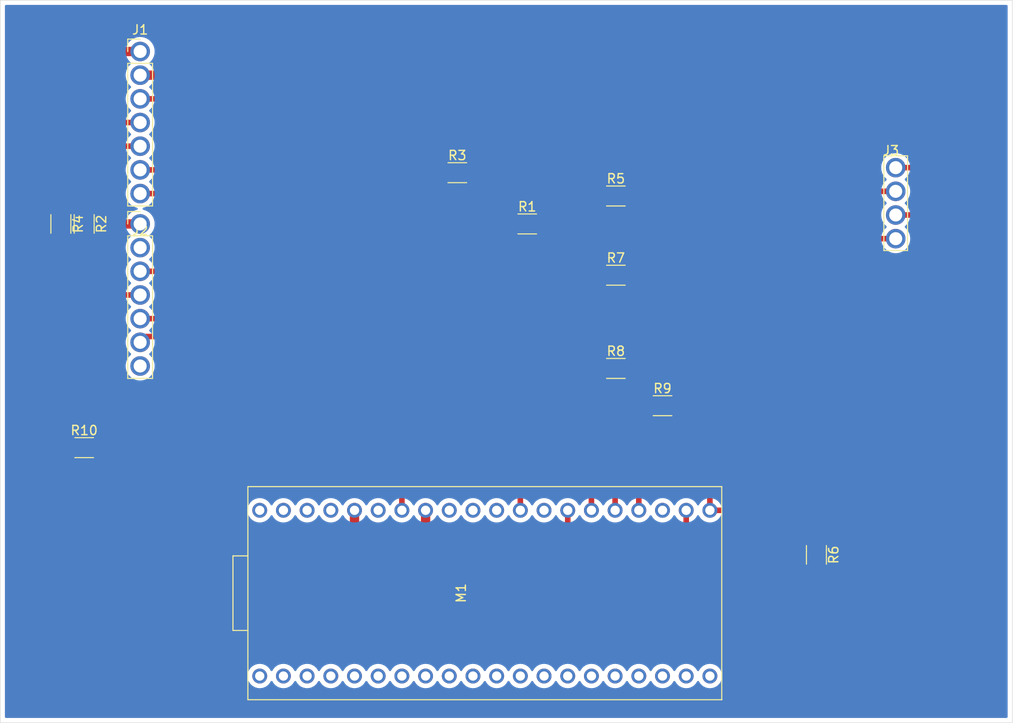
<source format=kicad_pcb>
(kicad_pcb (version 20240108) (generator "pcbnew") (generator_version "8.0")
  (layers (0 "F.Cu" signal) (31 "B.Cu" signal) (34 "B.Paste" user) (35 "F.Paste" user) (36 "B.SilkS" user "B.Silkscreen") (37 "F.SilkS" user "F.Silkscreen") (38 "B.Mask" user) (39 "F.Mask" user) (44 "Edge.Cuts" user))
  (net 0 "")
  (net 1 "GPIO18")
  (net 2 "GPIO19")
  (net 3 "CS")
  (net 4 "D{slash}C")
  (net 5 "GND")
  (net 6 "VCC")
  (net 7 "GPIO22")
  (net 10 "GPIO20")
  (net 11 "GPIO16")
  (net 12 "GPIO21")
  (net 36 "SCK")
  (net 37 "SDI(MOSI)")
  (net 38 "GPIO28")
  (net 39 "Net-(R1-Pad2)")
  (net 40 "RESET")
  (net 41 "SD_CS")
  (net 42 "T_CLK")
  (net 43 "T_DO")
  (net 44 "Net-(R8-Pad2)")
  (net 45 "Net-(R10-Pad1)")
  (footprint "fab:PinHeader_01x04_P2.54mm_Vertical_THT_D1.4mm" (layer "F.Cu") (at 163 101.96)
    (property "Reference" "J3" (at -0.5 -1.83 0) (layer "F.SilkS"))
    (property "Value" "PinHeader_01x04_P2.54mm_Vertical_THT_D1.4mm")
    (fp_line (start -1.27 -1.27) (end -1.27 8.89) (stroke (width 0.12)) (layer "F.SilkS"))
    (fp_line (start -1.27 -1.27) (end 1.27 -1.27) (stroke (width 0.12)) (layer "F.SilkS"))
    (fp_line (start -1.27 8.89) (end 1.27 8.89) (stroke (width 0.12)) (layer "F.SilkS"))
    (fp_line (start 1.27 -1.27) (end 1.27 8.89) (stroke (width 0.12)) (layer "F.SilkS"))
    (pad "1" thru_hole circle (at 0 0) (size 2.1 2.1) (drill 1.4) (layers "*.Cu" "*.Mask" "In1.Cu" "In2.Cu" "In3.Cu" "In4.Cu" "In5.Cu" "In6.Cu" "In7.Cu" "In8.Cu" "In9.Cu" "In10.Cu" "In11.Cu" "In12.Cu" "In13.Cu" "In14.Cu" "In15.Cu" "In16.Cu" "In17.Cu" "In18.Cu" "In19.Cu" "In20.Cu" "In21.Cu" "In22.Cu" "In23.Cu" "In24.Cu" "In25.Cu" "In26.Cu" "In27.Cu" "In28.Cu" "In29.Cu" "In30.Cu") (net 41 "SD_CS"))
    (pad "2" thru_hole circle (at 0 2.54) (size 2.1 2.1) (drill 1.4) (layers "*.Cu" "*.Mask" "In1.Cu" "In2.Cu" "In3.Cu" "In4.Cu" "In5.Cu" "In6.Cu" "In7.Cu" "In8.Cu" "In9.Cu" "In10.Cu" "In11.Cu" "In12.Cu" "In13.Cu" "In14.Cu" "In15.Cu" "In16.Cu" "In17.Cu" "In18.Cu" "In19.Cu" "In20.Cu" "In21.Cu" "In22.Cu" "In23.Cu" "In24.Cu" "In25.Cu" "In26.Cu" "In27.Cu" "In28.Cu" "In29.Cu" "In30.Cu") (net 2 "GPIO19"))
    (pad "3" thru_hole circle (at 0 5.08) (size 2.1 2.1) (drill 1.4) (layers "*.Cu" "*.Mask" "In1.Cu" "In2.Cu" "In3.Cu" "In4.Cu" "In5.Cu" "In6.Cu" "In7.Cu" "In8.Cu" "In9.Cu" "In10.Cu" "In11.Cu" "In12.Cu" "In13.Cu" "In14.Cu" "In15.Cu" "In16.Cu" "In17.Cu" "In18.Cu" "In19.Cu" "In20.Cu" "In21.Cu" "In22.Cu" "In23.Cu" "In24.Cu" "In25.Cu" "In26.Cu" "In27.Cu" "In28.Cu" "In29.Cu" "In30.Cu") (net 11 "GPIO16"))
    (pad "4" thru_hole circle (at 0 7.62) (size 2.1 2.1) (drill 1.4) (layers "*.Cu" "*.Mask" "In1.Cu" "In2.Cu" "In3.Cu" "In4.Cu" "In5.Cu" "In6.Cu" "In7.Cu" "In8.Cu" "In9.Cu" "In10.Cu" "In11.Cu" "In12.Cu" "In13.Cu" "In14.Cu" "In15.Cu" "In16.Cu" "In17.Cu" "In18.Cu" "In19.Cu" "In20.Cu" "In21.Cu" "In22.Cu" "In23.Cu" "In24.Cu" "In25.Cu" "In26.Cu" "In27.Cu" "In28.Cu" "In29.Cu" "In30.Cu") (net 1 "GPIO18"))
  )
  (footprint "fab:R_1206" (layer "F.Cu") (at 123.5 108)
    (property "Reference" "R1" (at 0 -1.85 0) (layer "F.SilkS"))
    (property "Value" "R_1206")
    (fp_line (start -1 -1.07) (end 1 -1.07) (stroke (width 0.12)) (layer "F.SilkS"))
    (fp_line (start 1 1.07) (end -1 1.07) (stroke (width 0.12)) (layer "F.SilkS"))
    (pad "1" smd rect (at -1.5 0) (size 1.2 1.6) (layers "F.Cu" "F.Paste" "F.Mask") (net 36 "SCK"))
    (pad "2" smd rect (at 1.5 0) (size 1.2 1.6) (layers "F.Cu" "F.Paste" "F.Mask") (net 39 "Net-(R1-Pad2)"))
  )
  (footprint "fab:R_1206" (layer "F.Cu") (at 138 127.5)
    (property "Reference" "R9" (at 0 -1.85 0) (layer "F.SilkS"))
    (property "Value" "R_1206")
    (fp_line (start -1 -1.07) (end 1 -1.07) (stroke (width 0.12)) (layer "F.SilkS"))
    (fp_line (start 1 1.07) (end -1 1.07) (stroke (width 0.12)) (layer "F.SilkS"))
    (pad "1" smd rect (at -1.5 0) (size 1.2 1.6) (layers "F.Cu" "F.Paste" "F.Mask") (net 44 "Net-(R8-Pad2)"))
    (pad "2" smd rect (at 1.5 0) (size 1.2 1.6) (layers "F.Cu" "F.Paste" "F.Mask") (net 11 "GPIO16"))
  )
  (footprint "fab:R_1206" (layer "F.Cu") (at 73.5 108 -90)
    (property "Reference" "R4" (at 0 -1.85 90) (layer "F.SilkS"))
    (property "Value" "R_1206")
    (fp_line (start 1 1.07) (end -1 1.07) (stroke (width 0.12)) (layer "F.SilkS"))
    (fp_line (start -1 -1.07) (end 1 -1.07) (stroke (width 0.12)) (layer "F.SilkS"))
    (pad "1" smd rect (at -1.5 0 270) (size 1.2 1.6) (layers "F.Cu" "F.Paste" "F.Mask") (net 40 "RESET"))
    (pad "2" smd rect (at 1.5 0 270) (size 1.2 1.6) (layers "F.Cu" "F.Paste" "F.Mask") (net 45 "Net-(R10-Pad1)"))
  )
  (footprint "fab:R_1206" (layer "F.Cu") (at 133 105)
    (property "Reference" "R5" (at 0 -1.85 0) (layer "F.SilkS"))
    (property "Value" "R_1206")
    (fp_line (start -1 -1.07) (end 1 -1.07) (stroke (width 0.12)) (layer "F.SilkS"))
    (fp_line (start 1 1.07) (end -1 1.07) (stroke (width 0.12)) (layer "F.SilkS"))
    (pad "1" smd rect (at -1.5 0) (size 1.2 1.6) (layers "F.Cu" "F.Paste" "F.Mask") (net 39 "Net-(R1-Pad2)"))
    (pad "2" smd rect (at 1.5 0) (size 1.2 1.6) (layers "F.Cu" "F.Paste" "F.Mask") (net 1 "GPIO18"))
  )
  (footprint "fab:R_1206" (layer "F.Cu") (at 76 132)
    (property "Reference" "R10" (at 0 -1.85 0) (layer "F.SilkS"))
    (property "Value" "R_1206")
    (fp_line (start -1 -1.07) (end 1 -1.07) (stroke (width 0.12)) (layer "F.SilkS"))
    (fp_line (start 1 1.07) (end -1 1.07) (stroke (width 0.12)) (layer "F.SilkS"))
    (pad "1" smd rect (at -1.5 0) (size 1.2 1.6) (layers "F.Cu" "F.Paste" "F.Mask") (net 45 "Net-(R10-Pad1)"))
    (pad "2" smd rect (at 1.5 0) (size 1.2 1.6) (layers "F.Cu" "F.Paste" "F.Mask") (net 7 "GPIO22"))
  )
  (footprint "fab:R_1206" (layer "F.Cu") (at 76 108 -90)
    (property "Reference" "R2" (at 0 -1.85 90) (layer "F.SilkS"))
    (property "Value" "R_1206")
    (fp_line (start 1 1.07) (end -1 1.07) (stroke (width 0.12)) (layer "F.SilkS"))
    (fp_line (start -1 -1.07) (end 1 -1.07) (stroke (width 0.12)) (layer "F.SilkS"))
    (pad "1" smd rect (at -1.5 0 270) (size 1.2 1.6) (layers "F.Cu" "F.Paste" "F.Mask") (net 4 "D{slash}C"))
    (pad "2" smd rect (at 1.5 0 270) (size 1.2 1.6) (layers "F.Cu" "F.Paste" "F.Mask") (net 38 "GPIO28"))
  )
  (footprint "fab:R_1206" (layer "F.Cu") (at 133 113.5)
    (property "Reference" "R7" (at 0 -1.85 0) (layer "F.SilkS"))
    (property "Value" "R_1206")
    (fp_line (start -1 -1.07) (end 1 -1.07) (stroke (width 0.12)) (layer "F.SilkS"))
    (fp_line (start 1 1.07) (end -1 1.07) (stroke (width 0.12)) (layer "F.SilkS"))
    (pad "1" smd rect (at -1.5 0) (size 1.2 1.6) (layers "F.Cu" "F.Paste" "F.Mask") (net 42 "T_CLK"))
    (pad "2" smd rect (at 1.5 0) (size 1.2 1.6) (layers "F.Cu" "F.Paste" "F.Mask") (net 1 "GPIO18"))
  )
  (footprint "fab:RaspberryPi_PicoW_SocketTHT" (layer "F.Cu") (at 118.95 147.61 90)
    (property "Reference" "M1" (at 0.0025 -2.54 90) (layer "F.SilkS"))
    (property "Value" "RaspberryPi_PicoW")
    (fp_line (start 4 -27) (end 4 -25.4) (stroke (width 0.12)) (layer "F.SilkS"))
    (fp_line (start -4 -27) (end 4 -27) (stroke (width 0.12)) (layer "F.SilkS"))
    (fp_line (start 11.43 -25.4) (end 8.89 -25.4) (stroke (width 0.12)) (layer "F.SilkS"))
    (fp_line (start 8.89 -25.4) (end -11.43 -25.4) (stroke (width 0.12)) (layer "F.SilkS"))
    (fp_line (start -4 -25.4) (end -4 -27) (stroke (width 0.12)) (layer "F.SilkS"))
    (fp_line (start -11.43 -25.4) (end -11.43 25.4) (stroke (width 0.12)) (layer "F.SilkS"))
    (fp_line (start 11.43 25.4) (end 11.43 -25.4) (stroke (width 0.12)) (layer "F.SilkS"))
    (fp_line (start 11.43 25.4) (end 11.43 25.4) (stroke (width 0.12)) (layer "F.SilkS"))
    (fp_line (start -11.43 25.4) (end 11.43 25.4) (stroke (width 0.12)) (layer "F.SilkS"))
    (fp_line (start -11.43 25.4) (end -11.43 25.4) (stroke (width 0.12)) (layer "F.SilkS"))
    (pad "1" thru_hole circle (at -8.89 -24.13 90) (size 1.6 1.6) (drill 1) (layers "*.Cu" "*.Mask" "In1.Cu" "In2.Cu" "In3.Cu" "In4.Cu" "In5.Cu" "In6.Cu" "In7.Cu" "In8.Cu" "In9.Cu" "In10.Cu" "In11.Cu" "In12.Cu" "In13.Cu" "In14.Cu" "In15.Cu" "In16.Cu" "In17.Cu" "In18.Cu" "In19.Cu" "In20.Cu" "In21.Cu" "In22.Cu" "In23.Cu" "In24.Cu" "In25.Cu" "In26.Cu" "In27.Cu" "In28.Cu" "In29.Cu" "In30.Cu"))
    (pad "2" thru_hole circle (at -8.89 -21.59 90) (size 1.6 1.6) (drill 1) (layers "*.Cu" "*.Mask" "In1.Cu" "In2.Cu" "In3.Cu" "In4.Cu" "In5.Cu" "In6.Cu" "In7.Cu" "In8.Cu" "In9.Cu" "In10.Cu" "In11.Cu" "In12.Cu" "In13.Cu" "In14.Cu" "In15.Cu" "In16.Cu" "In17.Cu" "In18.Cu" "In19.Cu" "In20.Cu" "In21.Cu" "In22.Cu" "In23.Cu" "In24.Cu" "In25.Cu" "In26.Cu" "In27.Cu" "In28.Cu" "In29.Cu" "In30.Cu"))
    (pad "3" thru_hole circle (at -8.89 -19.05 90) (size 1.6 1.6) (drill 1) (layers "*.Cu" "*.Mask" "In1.Cu" "In2.Cu" "In3.Cu" "In4.Cu" "In5.Cu" "In6.Cu" "In7.Cu" "In8.Cu" "In9.Cu" "In10.Cu" "In11.Cu" "In12.Cu" "In13.Cu" "In14.Cu" "In15.Cu" "In16.Cu" "In17.Cu" "In18.Cu" "In19.Cu" "In20.Cu" "In21.Cu" "In22.Cu" "In23.Cu" "In24.Cu" "In25.Cu" "In26.Cu" "In27.Cu" "In28.Cu" "In29.Cu" "In30.Cu") (net 5 "GND"))
    (pad "4" thru_hole circle (at -8.89 -16.51 90) (size 1.6 1.6) (drill 1) (layers "*.Cu" "*.Mask" "In1.Cu" "In2.Cu" "In3.Cu" "In4.Cu" "In5.Cu" "In6.Cu" "In7.Cu" "In8.Cu" "In9.Cu" "In10.Cu" "In11.Cu" "In12.Cu" "In13.Cu" "In14.Cu" "In15.Cu" "In16.Cu" "In17.Cu" "In18.Cu" "In19.Cu" "In20.Cu" "In21.Cu" "In22.Cu" "In23.Cu" "In24.Cu" "In25.Cu" "In26.Cu" "In27.Cu" "In28.Cu" "In29.Cu" "In30.Cu"))
    (pad "5" thru_hole circle (at -8.89 -13.97 90) (size 1.6 1.6) (drill 1) (layers "*.Cu" "*.Mask" "In1.Cu" "In2.Cu" "In3.Cu" "In4.Cu" "In5.Cu" "In6.Cu" "In7.Cu" "In8.Cu" "In9.Cu" "In10.Cu" "In11.Cu" "In12.Cu" "In13.Cu" "In14.Cu" "In15.Cu" "In16.Cu" "In17.Cu" "In18.Cu" "In19.Cu" "In20.Cu" "In21.Cu" "In22.Cu" "In23.Cu" "In24.Cu" "In25.Cu" "In26.Cu" "In27.Cu" "In28.Cu" "In29.Cu" "In30.Cu"))
    (pad "6" thru_hole circle (at -8.89 -11.43 90) (size 1.6 1.6) (drill 1) (layers "*.Cu" "*.Mask" "In1.Cu" "In2.Cu" "In3.Cu" "In4.Cu" "In5.Cu" "In6.Cu" "In7.Cu" "In8.Cu" "In9.Cu" "In10.Cu" "In11.Cu" "In12.Cu" "In13.Cu" "In14.Cu" "In15.Cu" "In16.Cu" "In17.Cu" "In18.Cu" "In19.Cu" "In20.Cu" "In21.Cu" "In22.Cu" "In23.Cu" "In24.Cu" "In25.Cu" "In26.Cu" "In27.Cu" "In28.Cu" "In29.Cu" "In30.Cu"))
    (pad "7" thru_hole circle (at -8.89 -8.89 90) (size 1.6 1.6) (drill 1) (layers "*.Cu" "*.Mask" "In1.Cu" "In2.Cu" "In3.Cu" "In4.Cu" "In5.Cu" "In6.Cu" "In7.Cu" "In8.Cu" "In9.Cu" "In10.Cu" "In11.Cu" "In12.Cu" "In13.Cu" "In14.Cu" "In15.Cu" "In16.Cu" "In17.Cu" "In18.Cu" "In19.Cu" "In20.Cu" "In21.Cu" "In22.Cu" "In23.Cu" "In24.Cu" "In25.Cu" "In26.Cu" "In27.Cu" "In28.Cu" "In29.Cu" "In30.Cu"))
    (pad "8" thru_hole circle (at -8.89 -6.35 90) (size 1.6 1.6) (drill 1) (layers "*.Cu" "*.Mask" "In1.Cu" "In2.Cu" "In3.Cu" "In4.Cu" "In5.Cu" "In6.Cu" "In7.Cu" "In8.Cu" "In9.Cu" "In10.Cu" "In11.Cu" "In12.Cu" "In13.Cu" "In14.Cu" "In15.Cu" "In16.Cu" "In17.Cu" "In18.Cu" "In19.Cu" "In20.Cu" "In21.Cu" "In22.Cu" "In23.Cu" "In24.Cu" "In25.Cu" "In26.Cu" "In27.Cu" "In28.Cu" "In29.Cu" "In30.Cu") (net 5 "GND"))
    (pad "9" thru_hole circle (at -8.89 -3.81 90) (size 1.6 1.6) (drill 1) (layers "*.Cu" "*.Mask" "In1.Cu" "In2.Cu" "In3.Cu" "In4.Cu" "In5.Cu" "In6.Cu" "In7.Cu" "In8.Cu" "In9.Cu" "In10.Cu" "In11.Cu" "In12.Cu" "In13.Cu" "In14.Cu" "In15.Cu" "In16.Cu" "In17.Cu" "In18.Cu" "In19.Cu" "In20.Cu" "In21.Cu" "In22.Cu" "In23.Cu" "In24.Cu" "In25.Cu" "In26.Cu" "In27.Cu" "In28.Cu" "In29.Cu" "In30.Cu"))
    (pad "10" thru_hole circle (at -8.89 -1.27 90) (size 1.6 1.6) (drill 1) (layers "*.Cu" "*.Mask" "In1.Cu" "In2.Cu" "In3.Cu" "In4.Cu" "In5.Cu" "In6.Cu" "In7.Cu" "In8.Cu" "In9.Cu" "In10.Cu" "In11.Cu" "In12.Cu" "In13.Cu" "In14.Cu" "In15.Cu" "In16.Cu" "In17.Cu" "In18.Cu" "In19.Cu" "In20.Cu" "In21.Cu" "In22.Cu" "In23.Cu" "In24.Cu" "In25.Cu" "In26.Cu" "In27.Cu" "In28.Cu" "In29.Cu" "In30.Cu"))
    (pad "11" thru_hole circle (at -8.89 1.27 90) (size 1.6 1.6) (drill 1) (layers "*.Cu" "*.Mask" "In1.Cu" "In2.Cu" "In3.Cu" "In4.Cu" "In5.Cu" "In6.Cu" "In7.Cu" "In8.Cu" "In9.Cu" "In10.Cu" "In11.Cu" "In12.Cu" "In13.Cu" "In14.Cu" "In15.Cu" "In16.Cu" "In17.Cu" "In18.Cu" "In19.Cu" "In20.Cu" "In21.Cu" "In22.Cu" "In23.Cu" "In24.Cu" "In25.Cu" "In26.Cu" "In27.Cu" "In28.Cu" "In29.Cu" "In30.Cu"))
    (pad "12" thru_hole circle (at -8.89 3.81 90) (size 1.6 1.6) (drill 1) (layers "*.Cu" "*.Mask" "In1.Cu" "In2.Cu" "In3.Cu" "In4.Cu" "In5.Cu" "In6.Cu" "In7.Cu" "In8.Cu" "In9.Cu" "In10.Cu" "In11.Cu" "In12.Cu" "In13.Cu" "In14.Cu" "In15.Cu" "In16.Cu" "In17.Cu" "In18.Cu" "In19.Cu" "In20.Cu" "In21.Cu" "In22.Cu" "In23.Cu" "In24.Cu" "In25.Cu" "In26.Cu" "In27.Cu" "In28.Cu" "In29.Cu" "In30.Cu"))
    (pad "13" thru_hole circle (at -8.89 6.35 90) (size 1.6 1.6) (drill 1) (layers "*.Cu" "*.Mask" "In1.Cu" "In2.Cu" "In3.Cu" "In4.Cu" "In5.Cu" "In6.Cu" "In7.Cu" "In8.Cu" "In9.Cu" "In10.Cu" "In11.Cu" "In12.Cu" "In13.Cu" "In14.Cu" "In15.Cu" "In16.Cu" "In17.Cu" "In18.Cu" "In19.Cu" "In20.Cu" "In21.Cu" "In22.Cu" "In23.Cu" "In24.Cu" "In25.Cu" "In26.Cu" "In27.Cu" "In28.Cu" "In29.Cu" "In30.Cu") (net 5 "GND"))
    (pad "14" thru_hole circle (at -8.89 8.89 90) (size 1.6 1.6) (drill 1) (layers "*.Cu" "*.Mask" "In1.Cu" "In2.Cu" "In3.Cu" "In4.Cu" "In5.Cu" "In6.Cu" "In7.Cu" "In8.Cu" "In9.Cu" "In10.Cu" "In11.Cu" "In12.Cu" "In13.Cu" "In14.Cu" "In15.Cu" "In16.Cu" "In17.Cu" "In18.Cu" "In19.Cu" "In20.Cu" "In21.Cu" "In22.Cu" "In23.Cu" "In24.Cu" "In25.Cu" "In26.Cu" "In27.Cu" "In28.Cu" "In29.Cu" "In30.Cu"))
    (pad "15" thru_hole circle (at -8.89 11.43 90) (size 1.6 1.6) (drill 1) (layers "*.Cu" "*.Mask" "In1.Cu" "In2.Cu" "In3.Cu" "In4.Cu" "In5.Cu" "In6.Cu" "In7.Cu" "In8.Cu" "In9.Cu" "In10.Cu" "In11.Cu" "In12.Cu" "In13.Cu" "In14.Cu" "In15.Cu" "In16.Cu" "In17.Cu" "In18.Cu" "In19.Cu" "In20.Cu" "In21.Cu" "In22.Cu" "In23.Cu" "In24.Cu" "In25.Cu" "In26.Cu" "In27.Cu" "In28.Cu" "In29.Cu" "In30.Cu"))
    (pad "16" thru_hole circle (at -8.89 13.97 90) (size 1.6 1.6) (drill 1) (layers "*.Cu" "*.Mask" "In1.Cu" "In2.Cu" "In3.Cu" "In4.Cu" "In5.Cu" "In6.Cu" "In7.Cu" "In8.Cu" "In9.Cu" "In10.Cu" "In11.Cu" "In12.Cu" "In13.Cu" "In14.Cu" "In15.Cu" "In16.Cu" "In17.Cu" "In18.Cu" "In19.Cu" "In20.Cu" "In21.Cu" "In22.Cu" "In23.Cu" "In24.Cu" "In25.Cu" "In26.Cu" "In27.Cu" "In28.Cu" "In29.Cu" "In30.Cu"))
    (pad "17" thru_hole circle (at -8.89 16.51 90) (size 1.6 1.6) (drill 1) (layers "*.Cu" "*.Mask" "In1.Cu" "In2.Cu" "In3.Cu" "In4.Cu" "In5.Cu" "In6.Cu" "In7.Cu" "In8.Cu" "In9.Cu" "In10.Cu" "In11.Cu" "In12.Cu" "In13.Cu" "In14.Cu" "In15.Cu" "In16.Cu" "In17.Cu" "In18.Cu" "In19.Cu" "In20.Cu" "In21.Cu" "In22.Cu" "In23.Cu" "In24.Cu" "In25.Cu" "In26.Cu" "In27.Cu" "In28.Cu" "In29.Cu" "In30.Cu"))
    (pad "18" thru_hole circle (at -8.89 19.05 90) (size 1.6 1.6) (drill 1) (layers "*.Cu" "*.Mask" "In1.Cu" "In2.Cu" "In3.Cu" "In4.Cu" "In5.Cu" "In6.Cu" "In7.Cu" "In8.Cu" "In9.Cu" "In10.Cu" "In11.Cu" "In12.Cu" "In13.Cu" "In14.Cu" "In15.Cu" "In16.Cu" "In17.Cu" "In18.Cu" "In19.Cu" "In20.Cu" "In21.Cu" "In22.Cu" "In23.Cu" "In24.Cu" "In25.Cu" "In26.Cu" "In27.Cu" "In28.Cu" "In29.Cu" "In30.Cu") (net 5 "GND"))
    (pad "19" thru_hole circle (at -8.89 21.59 90) (size 1.6 1.6) (drill 1) (layers "*.Cu" "*.Mask" "In1.Cu" "In2.Cu" "In3.Cu" "In4.Cu" "In5.Cu" "In6.Cu" "In7.Cu" "In8.Cu" "In9.Cu" "In10.Cu" "In11.Cu" "In12.Cu" "In13.Cu" "In14.Cu" "In15.Cu" "In16.Cu" "In17.Cu" "In18.Cu" "In19.Cu" "In20.Cu" "In21.Cu" "In22.Cu" "In23.Cu" "In24.Cu" "In25.Cu" "In26.Cu" "In27.Cu" "In28.Cu" "In29.Cu" "In30.Cu"))
    (pad "20" thru_hole circle (at -8.89 24.13 90) (size 1.6 1.6) (drill 1) (layers "*.Cu" "*.Mask" "In1.Cu" "In2.Cu" "In3.Cu" "In4.Cu" "In5.Cu" "In6.Cu" "In7.Cu" "In8.Cu" "In9.Cu" "In10.Cu" "In11.Cu" "In12.Cu" "In13.Cu" "In14.Cu" "In15.Cu" "In16.Cu" "In17.Cu" "In18.Cu" "In19.Cu" "In20.Cu" "In21.Cu" "In22.Cu" "In23.Cu" "In24.Cu" "In25.Cu" "In26.Cu" "In27.Cu" "In28.Cu" "In29.Cu" "In30.Cu"))
    (pad "21" thru_hole circle (at 8.89 24.13 90) (size 1.6 1.6) (drill 1) (layers "*.Cu" "*.Mask" "In1.Cu" "In2.Cu" "In3.Cu" "In4.Cu" "In5.Cu" "In6.Cu" "In7.Cu" "In8.Cu" "In9.Cu" "In10.Cu" "In11.Cu" "In12.Cu" "In13.Cu" "In14.Cu" "In15.Cu" "In16.Cu" "In17.Cu" "In18.Cu" "In19.Cu" "In20.Cu" "In21.Cu" "In22.Cu" "In23.Cu" "In24.Cu" "In25.Cu" "In26.Cu" "In27.Cu" "In28.Cu" "In29.Cu" "In30.Cu") (net 11 "GPIO16"))
    (pad "22" thru_hole circle (at 8.89 21.59 90) (size 1.6 1.6) (drill 1) (layers "*.Cu" "*.Mask" "In1.Cu" "In2.Cu" "In3.Cu" "In4.Cu" "In5.Cu" "In6.Cu" "In7.Cu" "In8.Cu" "In9.Cu" "In10.Cu" "In11.Cu" "In12.Cu" "In13.Cu" "In14.Cu" "In15.Cu" "In16.Cu" "In17.Cu" "In18.Cu" "In19.Cu" "In20.Cu" "In21.Cu" "In22.Cu" "In23.Cu" "In24.Cu" "In25.Cu" "In26.Cu" "In27.Cu" "In28.Cu" "In29.Cu" "In30.Cu") (net 3 "CS"))
    (pad "23" thru_hole circle (at 8.89 19.05 90) (size 1.6 1.6) (drill 1) (layers "*.Cu" "*.Mask" "In1.Cu" "In2.Cu" "In3.Cu" "In4.Cu" "In5.Cu" "In6.Cu" "In7.Cu" "In8.Cu" "In9.Cu" "In10.Cu" "In11.Cu" "In12.Cu" "In13.Cu" "In14.Cu" "In15.Cu" "In16.Cu" "In17.Cu" "In18.Cu" "In19.Cu" "In20.Cu" "In21.Cu" "In22.Cu" "In23.Cu" "In24.Cu" "In25.Cu" "In26.Cu" "In27.Cu" "In28.Cu" "In29.Cu" "In30.Cu") (net 5 "GND"))
    (pad "24" thru_hole circle (at 8.89 16.51 90) (size 1.6 1.6) (drill 1) (layers "*.Cu" "*.Mask" "In1.Cu" "In2.Cu" "In3.Cu" "In4.Cu" "In5.Cu" "In6.Cu" "In7.Cu" "In8.Cu" "In9.Cu" "In10.Cu" "In11.Cu" "In12.Cu" "In13.Cu" "In14.Cu" "In15.Cu" "In16.Cu" "In17.Cu" "In18.Cu" "In19.Cu" "In20.Cu" "In21.Cu" "In22.Cu" "In23.Cu" "In24.Cu" "In25.Cu" "In26.Cu" "In27.Cu" "In28.Cu" "In29.Cu" "In30.Cu") (net 1 "GPIO18"))
    (pad "25" thru_hole circle (at 8.89 13.97 90) (size 1.6 1.6) (drill 1) (layers "*.Cu" "*.Mask" "In1.Cu" "In2.Cu" "In3.Cu" "In4.Cu" "In5.Cu" "In6.Cu" "In7.Cu" "In8.Cu" "In9.Cu" "In10.Cu" "In11.Cu" "In12.Cu" "In13.Cu" "In14.Cu" "In15.Cu" "In16.Cu" "In17.Cu" "In18.Cu" "In19.Cu" "In20.Cu" "In21.Cu" "In22.Cu" "In23.Cu" "In24.Cu" "In25.Cu" "In26.Cu" "In27.Cu" "In28.Cu" "In29.Cu" "In30.Cu") (net 2 "GPIO19"))
    (pad "26" thru_hole circle (at 8.89 11.43 90) (size 1.6 1.6) (drill 1) (layers "*.Cu" "*.Mask" "In1.Cu" "In2.Cu" "In3.Cu" "In4.Cu" "In5.Cu" "In6.Cu" "In7.Cu" "In8.Cu" "In9.Cu" "In10.Cu" "In11.Cu" "In12.Cu" "In13.Cu" "In14.Cu" "In15.Cu" "In16.Cu" "In17.Cu" "In18.Cu" "In19.Cu" "In20.Cu" "In21.Cu" "In22.Cu" "In23.Cu" "In24.Cu" "In25.Cu" "In26.Cu" "In27.Cu" "In28.Cu" "In29.Cu" "In30.Cu") (net 10 "GPIO20"))
    (pad "27" thru_hole circle (at 8.89 8.89 90) (size 1.6 1.6) (drill 1) (layers "*.Cu" "*.Mask" "In1.Cu" "In2.Cu" "In3.Cu" "In4.Cu" "In5.Cu" "In6.Cu" "In7.Cu" "In8.Cu" "In9.Cu" "In10.Cu" "In11.Cu" "In12.Cu" "In13.Cu" "In14.Cu" "In15.Cu" "In16.Cu" "In17.Cu" "In18.Cu" "In19.Cu" "In20.Cu" "In21.Cu" "In22.Cu" "In23.Cu" "In24.Cu" "In25.Cu" "In26.Cu" "In27.Cu" "In28.Cu" "In29.Cu" "In30.Cu") (net 12 "GPIO21"))
    (pad "28" thru_hole circle (at 8.89 6.35 90) (size 1.6 1.6) (drill 1) (layers "*.Cu" "*.Mask" "In1.Cu" "In2.Cu" "In3.Cu" "In4.Cu" "In5.Cu" "In6.Cu" "In7.Cu" "In8.Cu" "In9.Cu" "In10.Cu" "In11.Cu" "In12.Cu" "In13.Cu" "In14.Cu" "In15.Cu" "In16.Cu" "In17.Cu" "In18.Cu" "In19.Cu" "In20.Cu" "In21.Cu" "In22.Cu" "In23.Cu" "In24.Cu" "In25.Cu" "In26.Cu" "In27.Cu" "In28.Cu" "In29.Cu" "In30.Cu") (net 5 "GND"))
    (pad "29" thru_hole circle (at 8.89 3.81 90) (size 1.6 1.6) (drill 1) (layers "*.Cu" "*.Mask" "In1.Cu" "In2.Cu" "In3.Cu" "In4.Cu" "In5.Cu" "In6.Cu" "In7.Cu" "In8.Cu" "In9.Cu" "In10.Cu" "In11.Cu" "In12.Cu" "In13.Cu" "In14.Cu" "In15.Cu" "In16.Cu" "In17.Cu" "In18.Cu" "In19.Cu" "In20.Cu" "In21.Cu" "In22.Cu" "In23.Cu" "In24.Cu" "In25.Cu" "In26.Cu" "In27.Cu" "In28.Cu" "In29.Cu" "In30.Cu") (net 7 "GPIO22"))
    (pad "30" thru_hole circle (at 8.89 1.27 90) (size 1.6 1.6) (drill 1) (layers "*.Cu" "*.Mask" "In1.Cu" "In2.Cu" "In3.Cu" "In4.Cu" "In5.Cu" "In6.Cu" "In7.Cu" "In8.Cu" "In9.Cu" "In10.Cu" "In11.Cu" "In12.Cu" "In13.Cu" "In14.Cu" "In15.Cu" "In16.Cu" "In17.Cu" "In18.Cu" "In19.Cu" "In20.Cu" "In21.Cu" "In22.Cu" "In23.Cu" "In24.Cu" "In25.Cu" "In26.Cu" "In27.Cu" "In28.Cu" "In29.Cu" "In30.Cu"))
    (pad "31" thru_hole circle (at 8.89 -1.27 90) (size 1.6 1.6) (drill 1) (layers "*.Cu" "*.Mask" "In1.Cu" "In2.Cu" "In3.Cu" "In4.Cu" "In5.Cu" "In6.Cu" "In7.Cu" "In8.Cu" "In9.Cu" "In10.Cu" "In11.Cu" "In12.Cu" "In13.Cu" "In14.Cu" "In15.Cu" "In16.Cu" "In17.Cu" "In18.Cu" "In19.Cu" "In20.Cu" "In21.Cu" "In22.Cu" "In23.Cu" "In24.Cu" "In25.Cu" "In26.Cu" "In27.Cu" "In28.Cu" "In29.Cu" "In30.Cu"))
    (pad "32" thru_hole circle (at 8.89 -3.81 90) (size 1.6 1.6) (drill 1) (layers "*.Cu" "*.Mask" "In1.Cu" "In2.Cu" "In3.Cu" "In4.Cu" "In5.Cu" "In6.Cu" "In7.Cu" "In8.Cu" "In9.Cu" "In10.Cu" "In11.Cu" "In12.Cu" "In13.Cu" "In14.Cu" "In15.Cu" "In16.Cu" "In17.Cu" "In18.Cu" "In19.Cu" "In20.Cu" "In21.Cu" "In22.Cu" "In23.Cu" "In24.Cu" "In25.Cu" "In26.Cu" "In27.Cu" "In28.Cu" "In29.Cu" "In30.Cu"))
    (pad "33" thru_hole circle (at 8.89 -6.35 90) (size 1.6 1.6) (drill 1) (layers "*.Cu" "*.Mask" "In1.Cu" "In2.Cu" "In3.Cu" "In4.Cu" "In5.Cu" "In6.Cu" "In7.Cu" "In8.Cu" "In9.Cu" "In10.Cu" "In11.Cu" "In12.Cu" "In13.Cu" "In14.Cu" "In15.Cu" "In16.Cu" "In17.Cu" "In18.Cu" "In19.Cu" "In20.Cu" "In21.Cu" "In22.Cu" "In23.Cu" "In24.Cu" "In25.Cu" "In26.Cu" "In27.Cu" "In28.Cu" "In29.Cu" "In30.Cu") (net 5 "GND"))
    (pad "34" thru_hole circle (at 8.89 -8.89 90) (size 1.6 1.6) (drill 1) (layers "*.Cu" "*.Mask" "In1.Cu" "In2.Cu" "In3.Cu" "In4.Cu" "In5.Cu" "In6.Cu" "In7.Cu" "In8.Cu" "In9.Cu" "In10.Cu" "In11.Cu" "In12.Cu" "In13.Cu" "In14.Cu" "In15.Cu" "In16.Cu" "In17.Cu" "In18.Cu" "In19.Cu" "In20.Cu" "In21.Cu" "In22.Cu" "In23.Cu" "In24.Cu" "In25.Cu" "In26.Cu" "In27.Cu" "In28.Cu" "In29.Cu" "In30.Cu") (net 38 "GPIO28"))
    (pad "35" thru_hole circle (at 8.89 -11.43 90) (size 1.6 1.6) (drill 1) (layers "*.Cu" "*.Mask" "In1.Cu" "In2.Cu" "In3.Cu" "In4.Cu" "In5.Cu" "In6.Cu" "In7.Cu" "In8.Cu" "In9.Cu" "In10.Cu" "In11.Cu" "In12.Cu" "In13.Cu" "In14.Cu" "In15.Cu" "In16.Cu" "In17.Cu" "In18.Cu" "In19.Cu" "In20.Cu" "In21.Cu" "In22.Cu" "In23.Cu" "In24.Cu" "In25.Cu" "In26.Cu" "In27.Cu" "In28.Cu" "In29.Cu" "In30.Cu"))
    (pad "36" thru_hole circle (at 8.89 -13.97 90) (size 1.6 1.6) (drill 1) (layers "*.Cu" "*.Mask" "In1.Cu" "In2.Cu" "In3.Cu" "In4.Cu" "In5.Cu" "In6.Cu" "In7.Cu" "In8.Cu" "In9.Cu" "In10.Cu" "In11.Cu" "In12.Cu" "In13.Cu" "In14.Cu" "In15.Cu" "In16.Cu" "In17.Cu" "In18.Cu" "In19.Cu" "In20.Cu" "In21.Cu" "In22.Cu" "In23.Cu" "In24.Cu" "In25.Cu" "In26.Cu" "In27.Cu" "In28.Cu" "In29.Cu" "In30.Cu") (net 6 "VCC"))
    (pad "37" thru_hole circle (at 8.89 -16.51 90) (size 1.6 1.6) (drill 1) (layers "*.Cu" "*.Mask" "In1.Cu" "In2.Cu" "In3.Cu" "In4.Cu" "In5.Cu" "In6.Cu" "In7.Cu" "In8.Cu" "In9.Cu" "In10.Cu" "In11.Cu" "In12.Cu" "In13.Cu" "In14.Cu" "In15.Cu" "In16.Cu" "In17.Cu" "In18.Cu" "In19.Cu" "In20.Cu" "In21.Cu" "In22.Cu" "In23.Cu" "In24.Cu" "In25.Cu" "In26.Cu" "In27.Cu" "In28.Cu" "In29.Cu" "In30.Cu"))
    (pad "38" thru_hole circle (at 8.89 -19.05 90) (size 1.6 1.6) (drill 1) (layers "*.Cu" "*.Mask" "In1.Cu" "In2.Cu" "In3.Cu" "In4.Cu" "In5.Cu" "In6.Cu" "In7.Cu" "In8.Cu" "In9.Cu" "In10.Cu" "In11.Cu" "In12.Cu" "In13.Cu" "In14.Cu" "In15.Cu" "In16.Cu" "In17.Cu" "In18.Cu" "In19.Cu" "In20.Cu" "In21.Cu" "In22.Cu" "In23.Cu" "In24.Cu" "In25.Cu" "In26.Cu" "In27.Cu" "In28.Cu" "In29.Cu" "In30.Cu") (net 5 "GND"))
    (pad "39" thru_hole circle (at 8.89 -21.59 90) (size 1.6 1.6) (drill 1) (layers "*.Cu" "*.Mask" "In1.Cu" "In2.Cu" "In3.Cu" "In4.Cu" "In5.Cu" "In6.Cu" "In7.Cu" "In8.Cu" "In9.Cu" "In10.Cu" "In11.Cu" "In12.Cu" "In13.Cu" "In14.Cu" "In15.Cu" "In16.Cu" "In17.Cu" "In18.Cu" "In19.Cu" "In20.Cu" "In21.Cu" "In22.Cu" "In23.Cu" "In24.Cu" "In25.Cu" "In26.Cu" "In27.Cu" "In28.Cu" "In29.Cu" "In30.Cu"))
    (pad "40" thru_hole circle (at 8.89 -24.13 90) (size 1.6 1.6) (drill 1) (layers "*.Cu" "*.Mask" "In1.Cu" "In2.Cu" "In3.Cu" "In4.Cu" "In5.Cu" "In6.Cu" "In7.Cu" "In8.Cu" "In9.Cu" "In10.Cu" "In11.Cu" "In12.Cu" "In13.Cu" "In14.Cu" "In15.Cu" "In16.Cu" "In17.Cu" "In18.Cu" "In19.Cu" "In20.Cu" "In21.Cu" "In22.Cu" "In23.Cu" "In24.Cu" "In25.Cu" "In26.Cu" "In27.Cu" "In28.Cu" "In29.Cu" "In30.Cu"))
  )
  (footprint "fab:PinHeader_01x07_P2.54mm_Vertical_THT_D1.4mm" (layer "F.Cu") (at 82 89.5)
    (property "Reference" "J1" (at 0 -2.33 0) (layer "F.SilkS"))
    (property "Value" "~" (hide yes))
    (fp_line (start -1.33 -1.33) (end 0 -1.33) (stroke (width 0.12)) (layer "F.SilkS"))
    (fp_line (start -1.33 0) (end -1.33 -1.33) (stroke (width 0.12)) (layer "F.SilkS"))
    (fp_line (start -1.33 1.27) (end -1.33 16.57) (stroke (width 0.12)) (layer "F.SilkS"))
    (fp_line (start -1.33 1.27) (end 1.33 1.27) (stroke (width 0.12)) (layer "F.SilkS"))
    (fp_line (start -1.33 16.57) (end 1.33 16.57) (stroke (width 0.12)) (layer "F.SilkS"))
    (fp_line (start 1.33 1.27) (end 1.33 16.57) (stroke (width 0.12)) (layer "F.SilkS"))
    (pad "1" thru_hole circle (at 0 0) (size 2.1 2.1) (drill 1.4) (layers "*.Cu" "*.Mask" "In1.Cu" "In2.Cu" "In3.Cu" "In4.Cu" "In5.Cu" "In6.Cu" "In7.Cu" "In8.Cu" "In9.Cu" "In10.Cu" "In11.Cu" "In12.Cu" "In13.Cu" "In14.Cu" "In15.Cu" "In16.Cu" "In17.Cu" "In18.Cu" "In19.Cu" "In20.Cu" "In21.Cu" "In22.Cu" "In23.Cu" "In24.Cu" "In25.Cu" "In26.Cu" "In27.Cu" "In28.Cu" "In29.Cu" "In30.Cu") (net 6 "VCC"))
    (pad "2" thru_hole circle (at 0 2.54) (size 2.1 2.1) (drill 1.4) (layers "*.Cu" "*.Mask" "In1.Cu" "In2.Cu" "In3.Cu" "In4.Cu" "In5.Cu" "In6.Cu" "In7.Cu" "In8.Cu" "In9.Cu" "In10.Cu" "In11.Cu" "In12.Cu" "In13.Cu" "In14.Cu" "In15.Cu" "In16.Cu" "In17.Cu" "In18.Cu" "In19.Cu" "In20.Cu" "In21.Cu" "In22.Cu" "In23.Cu" "In24.Cu" "In25.Cu" "In26.Cu" "In27.Cu" "In28.Cu" "In29.Cu" "In30.Cu") (net 5 "GND"))
    (pad "3" thru_hole circle (at 0 5.08) (size 2.1 2.1) (drill 1.4) (layers "*.Cu" "*.Mask" "In1.Cu" "In2.Cu" "In3.Cu" "In4.Cu" "In5.Cu" "In6.Cu" "In7.Cu" "In8.Cu" "In9.Cu" "In10.Cu" "In11.Cu" "In12.Cu" "In13.Cu" "In14.Cu" "In15.Cu" "In16.Cu" "In17.Cu" "In18.Cu" "In19.Cu" "In20.Cu" "In21.Cu" "In22.Cu" "In23.Cu" "In24.Cu" "In25.Cu" "In26.Cu" "In27.Cu" "In28.Cu" "In29.Cu" "In30.Cu") (net 3 "CS"))
    (pad "4" thru_hole circle (at 0 7.62) (size 2.1 2.1) (drill 1.4) (layers "*.Cu" "*.Mask" "In1.Cu" "In2.Cu" "In3.Cu" "In4.Cu" "In5.Cu" "In6.Cu" "In7.Cu" "In8.Cu" "In9.Cu" "In10.Cu" "In11.Cu" "In12.Cu" "In13.Cu" "In14.Cu" "In15.Cu" "In16.Cu" "In17.Cu" "In18.Cu" "In19.Cu" "In20.Cu" "In21.Cu" "In22.Cu" "In23.Cu" "In24.Cu" "In25.Cu" "In26.Cu" "In27.Cu" "In28.Cu" "In29.Cu" "In30.Cu") (net 40 "RESET"))
    (pad "5" thru_hole circle (at 0 10.16) (size 2.1 2.1) (drill 1.4) (layers "*.Cu" "*.Mask" "In1.Cu" "In2.Cu" "In3.Cu" "In4.Cu" "In5.Cu" "In6.Cu" "In7.Cu" "In8.Cu" "In9.Cu" "In10.Cu" "In11.Cu" "In12.Cu" "In13.Cu" "In14.Cu" "In15.Cu" "In16.Cu" "In17.Cu" "In18.Cu" "In19.Cu" "In20.Cu" "In21.Cu" "In22.Cu" "In23.Cu" "In24.Cu" "In25.Cu" "In26.Cu" "In27.Cu" "In28.Cu" "In29.Cu" "In30.Cu") (net 4 "D{slash}C"))
    (pad "6" thru_hole circle (at 0 12.7) (size 2.1 2.1) (drill 1.4) (layers "*.Cu" "*.Mask" "In1.Cu" "In2.Cu" "In3.Cu" "In4.Cu" "In5.Cu" "In6.Cu" "In7.Cu" "In8.Cu" "In9.Cu" "In10.Cu" "In11.Cu" "In12.Cu" "In13.Cu" "In14.Cu" "In15.Cu" "In16.Cu" "In17.Cu" "In18.Cu" "In19.Cu" "In20.Cu" "In21.Cu" "In22.Cu" "In23.Cu" "In24.Cu" "In25.Cu" "In26.Cu" "In27.Cu" "In28.Cu" "In29.Cu" "In30.Cu") (net 37 "SDI(MOSI)"))
    (pad "7" thru_hole circle (at 0 15.24) (size 2.1 2.1) (drill 1.4) (layers "*.Cu" "*.Mask" "In1.Cu" "In2.Cu" "In3.Cu" "In4.Cu" "In5.Cu" "In6.Cu" "In7.Cu" "In8.Cu" "In9.Cu" "In10.Cu" "In11.Cu" "In12.Cu" "In13.Cu" "In14.Cu" "In15.Cu" "In16.Cu" "In17.Cu" "In18.Cu" "In19.Cu" "In20.Cu" "In21.Cu" "In22.Cu" "In23.Cu" "In24.Cu" "In25.Cu" "In26.Cu" "In27.Cu" "In28.Cu" "In29.Cu" "In30.Cu") (net 36 "SCK"))
  )
  (footprint "fab:R_1206" (layer "F.Cu") (at 133 123.5)
    (property "Reference" "R8" (at 0 -1.85 0) (layer "F.SilkS"))
    (property "Value" "R_1206")
    (fp_line (start -1 -1.07) (end 1 -1.07) (stroke (width 0.12)) (layer "F.SilkS"))
    (fp_line (start 1 1.07) (end -1 1.07) (stroke (width 0.12)) (layer "F.SilkS"))
    (pad "1" smd rect (at -1.5 0) (size 1.2 1.6) (layers "F.Cu" "F.Paste" "F.Mask") (net 43 "T_DO"))
    (pad "2" smd rect (at 1.5 0) (size 1.2 1.6) (layers "F.Cu" "F.Paste" "F.Mask") (net 44 "Net-(R8-Pad2)"))
  )
  (footprint "fab:R_1206" (layer "F.Cu") (at 116 102.5)
    (property "Reference" "R3" (at 0 -1.85 0) (layer "F.SilkS"))
    (property "Value" "R_1206" (hide yes))
    (fp_line (start -1 -1.07) (end 1 -1.07) (stroke (width 0.12)) (layer "F.SilkS"))
    (fp_line (start 1 1.07) (end -1 1.07) (stroke (width 0.12)) (layer "F.SilkS"))
    (pad "1" smd rect (at -1.5 0) (size 1.2 1.6) (layers "F.Cu" "F.Paste" "F.Mask") (net 37 "SDI(MOSI)"))
    (pad "2" smd rect (at 1.5 0) (size 1.2 1.6) (layers "F.Cu" "F.Paste" "F.Mask") (net 2 "GPIO19"))
  )
  (footprint "fab:R_1206" (layer "F.Cu") (at 154.5 143.5 -90)
    (property "Reference" "R6" (at 0 -1.85 90) (layer "F.SilkS"))
    (property "Value" "R_1206")
    (fp_line (start 1 1.07) (end -1 1.07) (stroke (width 0.12)) (layer "F.SilkS"))
    (fp_line (start -1 -1.07) (end 1 -1.07) (stroke (width 0.12)) (layer "F.SilkS"))
    (pad "1" smd rect (at -1.5 0 270) (size 1.2 1.6) (layers "F.Cu" "F.Paste" "F.Mask") (net 41 "SD_CS"))
    (pad "2" smd rect (at 1.5 0 270) (size 1.2 1.6) (layers "F.Cu" "F.Paste" "F.Mask") (net 12 "GPIO21"))
  )
  (footprint "fab:PinHeader_01x07_P2.54mm_Vertical_THT_D1.4mm" (layer "F.Cu") (at 82 108)
    (property "Reference" "J2" (at 0 0.67 0) (layer "F.SilkS"))
    (property "Value" "~")
    (fp_line (start -1.33 -1.33) (end 0 -1.33) (stroke (width 0.12)) (layer "F.SilkS"))
    (fp_line (start -1.33 0) (end -1.33 -1.33) (stroke (width 0.12)) (layer "F.SilkS"))
    (fp_line (start -1.33 1.27) (end -1.33 16.57) (stroke (width 0.12)) (layer "F.SilkS"))
    (fp_line (start -1.33 1.27) (end 1.33 1.27) (stroke (width 0.12)) (layer "F.SilkS"))
    (fp_line (start -1.33 16.57) (end 1.33 16.57) (stroke (width 0.12)) (layer "F.SilkS"))
    (fp_line (start 1.33 1.27) (end 1.33 16.57) (stroke (width 0.12)) (layer "F.SilkS"))
    (pad "1" thru_hole circle (at 0 0) (size 2.1 2.1) (drill 1.4) (layers "*.Cu" "*.Mask" "In1.Cu" "In2.Cu" "In3.Cu" "In4.Cu" "In5.Cu" "In6.Cu" "In7.Cu" "In8.Cu" "In9.Cu" "In10.Cu" "In11.Cu" "In12.Cu" "In13.Cu" "In14.Cu" "In15.Cu" "In16.Cu" "In17.Cu" "In18.Cu" "In19.Cu" "In20.Cu" "In21.Cu" "In22.Cu" "In23.Cu" "In24.Cu" "In25.Cu" "In26.Cu" "In27.Cu" "In28.Cu" "In29.Cu" "In30.Cu") (net 6 "VCC"))
    (pad "2" thru_hole circle (at 0 2.54) (size 2.1 2.1) (drill 1.4) (layers "*.Cu" "*.Mask" "In1.Cu" "In2.Cu" "In3.Cu" "In4.Cu" "In5.Cu" "In6.Cu" "In7.Cu" "In8.Cu" "In9.Cu" "In10.Cu" "In11.Cu" "In12.Cu" "In13.Cu" "In14.Cu" "In15.Cu" "In16.Cu" "In17.Cu" "In18.Cu" "In19.Cu" "In20.Cu" "In21.Cu" "In22.Cu" "In23.Cu" "In24.Cu" "In25.Cu" "In26.Cu" "In27.Cu" "In28.Cu" "In29.Cu" "In30.Cu"))
    (pad "3" thru_hole circle (at 0 5.08) (size 2.1 2.1) (drill 1.4) (layers "*.Cu" "*.Mask" "In1.Cu" "In2.Cu" "In3.Cu" "In4.Cu" "In5.Cu" "In6.Cu" "In7.Cu" "In8.Cu" "In9.Cu" "In10.Cu" "In11.Cu" "In12.Cu" "In13.Cu" "In14.Cu" "In15.Cu" "In16.Cu" "In17.Cu" "In18.Cu" "In19.Cu" "In20.Cu" "In21.Cu" "In22.Cu" "In23.Cu" "In24.Cu" "In25.Cu" "In26.Cu" "In27.Cu" "In28.Cu" "In29.Cu" "In30.Cu") (net 42 "T_CLK"))
    (pad "4" thru_hole circle (at 0 7.62) (size 2.1 2.1) (drill 1.4) (layers "*.Cu" "*.Mask" "In1.Cu" "In2.Cu" "In3.Cu" "In4.Cu" "In5.Cu" "In6.Cu" "In7.Cu" "In8.Cu" "In9.Cu" "In10.Cu" "In11.Cu" "In12.Cu" "In13.Cu" "In14.Cu" "In15.Cu" "In16.Cu" "In17.Cu" "In18.Cu" "In19.Cu" "In20.Cu" "In21.Cu" "In22.Cu" "In23.Cu" "In24.Cu" "In25.Cu" "In26.Cu" "In27.Cu" "In28.Cu" "In29.Cu" "In30.Cu") (net 10 "GPIO20"))
    (pad "5" thru_hole circle (at 0 10.16) (size 2.1 2.1) (drill 1.4) (layers "*.Cu" "*.Mask" "In1.Cu" "In2.Cu" "In3.Cu" "In4.Cu" "In5.Cu" "In6.Cu" "In7.Cu" "In8.Cu" "In9.Cu" "In10.Cu" "In11.Cu" "In12.Cu" "In13.Cu" "In14.Cu" "In15.Cu" "In16.Cu" "In17.Cu" "In18.Cu" "In19.Cu" "In20.Cu" "In21.Cu" "In22.Cu" "In23.Cu" "In24.Cu" "In25.Cu" "In26.Cu" "In27.Cu" "In28.Cu" "In29.Cu" "In30.Cu") (net 2 "GPIO19"))
    (pad "6" thru_hole circle (at 0 12.7) (size 2.1 2.1) (drill 1.4) (layers "*.Cu" "*.Mask" "In1.Cu" "In2.Cu" "In3.Cu" "In4.Cu" "In5.Cu" "In6.Cu" "In7.Cu" "In8.Cu" "In9.Cu" "In10.Cu" "In11.Cu" "In12.Cu" "In13.Cu" "In14.Cu" "In15.Cu" "In16.Cu" "In17.Cu" "In18.Cu" "In19.Cu" "In20.Cu" "In21.Cu" "In22.Cu" "In23.Cu" "In24.Cu" "In25.Cu" "In26.Cu" "In27.Cu" "In28.Cu" "In29.Cu" "In30.Cu") (net 43 "T_DO"))
    (pad "7" thru_hole circle (at 0 15.24) (size 2.1 2.1) (drill 1.4) (layers "*.Cu" "*.Mask" "In1.Cu" "In2.Cu" "In3.Cu" "In4.Cu" "In5.Cu" "In6.Cu" "In7.Cu" "In8.Cu" "In9.Cu" "In10.Cu" "In11.Cu" "In12.Cu" "In13.Cu" "In14.Cu" "In15.Cu" "In16.Cu" "In17.Cu" "In18.Cu" "In19.Cu" "In20.Cu" "In21.Cu" "In22.Cu" "In23.Cu" "In24.Cu" "In25.Cu" "In26.Cu" "In27.Cu" "In28.Cu" "In29.Cu" "In30.Cu"))
  )
  (gr_rect (start 67 84) (end 175.5 161.5) (stroke (width 0.05)) (fill none) (layer "Edge.Cuts"))
  (gr_text "LAURA" (at 158.5 157 0) (layer "F.Cu") (effects (font (size 2 2) (thickness 0.3) (bold yes)) (justify left bottom)))
  (segment (start 135.46 133.54) (end 135.46 138.72) (width 0.6) (layer "F.Cu") (net 1))
  (segment (start 138 106) (end 138 110) (width 0.6) (layer "F.Cu") (net 1))
  (segment (start 138.42 109.58) (end 138 110) (width 0.6) (layer "F.Cu") (net 1))
  (segment (start 134.5 113.5) (end 138 113.5) (width 0.6) (layer "F.Cu") (net 1))
  (segment (start 134.5 105) (end 137 105) (width 0.6) (layer "F.Cu") (net 1))
  (segment (start 138 113.5) (end 138 117.5) (width 0.6) (layer "F.Cu") (net 1))
  (segment (start 137 105) (end 138 106) (width 0.6) (layer "F.Cu") (net 1))
  (segment (start 163 109.58) (end 138.42 109.58) (width 0.6) (layer "F.Cu") (net 1))
  (segment (start 138 117.5) (end 138 131) (width 0.6) (layer "F.Cu") (net 1))
  (segment (start 138 110) (end 138 113.5) (width 0.6) (layer "F.Cu") (net 1))
  (segment (start 138 131) (end 135.46 133.54) (width 0.6) (layer "F.Cu") (net 1))
  (segment (start 140 104.5) (end 138 102.5) (width 0.6) (layer "F.Cu") (net 2))
  (segment (start 132.8 102.5) (end 132.92 102.62) (width 0.6) (layer "F.Cu") (net 2))
  (segment (start 132.5 102.5) (end 132.8 102.5) (width 0.6) (layer "F.Cu") (net 2))
  (segment (start 132.92 118.5) (end 132.92 118) (width 0.6) (layer "F.Cu") (net 2))
  (segment (start 132.92 118) (end 132.92 102.62) (width 0.6) (layer "F.Cu") (net 2))
  (segment (start 138 102.5) (end 132.5 102.5) (width 0.6) (layer "F.Cu") (net 2))
  (segment (start 132.58 118.16) (end 132.92 118.5) (width 0.6) (layer "F.Cu") (net 2))
  (segment (start 132.92 118.16) (end 133 118.08) (width 0.6) (layer "F.Cu") (net 2))
  (segment (start 132.92 138.72) (end 132.92 118.16) (width 0.6) (layer "F.Cu") (net 2))
  (segment (start 132.92 118) (end 133 118.08) (width 0.6) (layer "F.Cu") (net 2))
  (segment (start 133 138.64) (end 132.92 138.72) (width 0.6) (layer "F.Cu") (net 2))
  (segment (start 163 104.5) (end 140 104.5) (width 0.6) (layer "F.Cu") (net 2))
  (segment (start 82 118.16) (end 132.58 118.16) (width 0.6) (layer "F.Cu") (net 2))
  (segment (start 117.5 102.5) (end 132.5 102.5) (width 0.6) (layer "F.Cu") (net 2))
  (segment (start 167.5 143.5) (end 169.5 141.5) (width 0.6) (layer "F.Cu") (net 3))
  (segment (start 140.54 138.72) (end 140.54 142.04) (width 0.6) (layer "F.Cu") (net 3))
  (segment (start 167.08 94.58) (end 82 94.58) (width 0.6) (layer "F.Cu") (net 3))
  (segment (start 169.5 141.5) (end 169.5 97) (width 0.6) (layer "F.Cu") (net 3))
  (segment (start 142 143.5) (end 167.5 143.5) (width 0.6) (layer "F.Cu") (net 3))
  (segment (start 140.5 138.68) (end 140.54 138.72) (width 0.6) (layer "F.Cu") (net 3))
  (segment (start 140.54 142.04) (end 142 143.5) (width 0.6) (layer "F.Cu") (net 3))
  (segment (start 169.5 97) (end 167.08 94.58) (width 0.6) (layer "F.Cu") (net 3))
  (segment (start 82 99.66) (end 77.34 99.66) (width 0.6) (layer "F.Cu") (net 4))
  (segment (start 77.34 99.66) (end 76 101) (width 0.6) (layer "F.Cu") (net 4))
  (segment (start 76 101) (end 76 106.5) (width 0.6) (layer "F.Cu") (net 4))
  (segment (start 112.6 144.4) (end 112.5 144.5) (width 1) (layer "F.Cu") (net 5))
  (segment (start 172 95.5) (end 168.54 92.04) (width 1) (layer "F.Cu") (net 5))
  (segment (start 112.6 138.72) (end 112.6 144.4) (width 1) (layer "F.Cu") (net 5))
  (segment (start 118 150) (end 165 150) (width 1) (layer "F.Cu") (net 5))
  (segment (start 172 143) (end 172 95.5) (width 1) (layer "F.Cu") (net 5))
  (segment (start 165 150) (end 172 143) (width 1) (layer "F.Cu") (net 5))
  (segment (start 82 92.04) (end 82.50056 92.04) (width 1) (layer "F.Cu") (net 5))
  (segment (start 112.5 144.5) (end 118 150) (width 1) (layer "F.Cu") (net 5))
  (segment (start 82.50056 92.04) (end 82.54056 92) (width 1) (layer "F.Cu") (net 5))
  (segment (start 168.54 92.04) (end 82 92.04) (width 1) (layer "F.Cu") (net 5))
  (segment (start 71 93) (end 71 108) (width 1) (layer "F.Cu") (net 6))
  (segment (start 73.5 147.5) (end 103.5 147.5) (width 1) (layer "F.Cu") (net 6))
  (segment (start 82 108) (end 71 108) (width 1) (layer "F.Cu") (net 6))
  (segment (start 105 145) (end 104.98 144.98) (width 1) (layer "F.Cu") (net 6))
  (segment (start 104.98 144.98) (end 104.98 138.72) (width 1) (layer "F.Cu") (net 6))
  (segment (start 105 146) (end 105 145) (width 1) (layer "F.Cu") (net 6))
  (segment (start 71 108) (end 71 145) (width 1) (layer "F.Cu") (net 6))
  (segment (start 74.5 89.5) (end 71 93) (width 1) (layer "F.Cu") (net 6))
  (segment (start 103.5 147.5) (end 105 146) (width 1) (layer "F.Cu") (net 6))
  (segment (start 71 145) (end 73.5 147.5) (width 1) (layer "F.Cu") (net 6))
  (segment (start 82 89.5) (end 74.5 89.5) (width 1) (layer "F.Cu") (net 6))
  (segment (start 77.5 132) (end 120 132) (width 0.6) (layer "F.Cu") (net 7))
  (segment (start 122.76 134.76) (end 122.76 138.72) (width 0.6) (layer "F.Cu") (net 7))
  (segment (start 120 132) (end 122.76 134.76) (width 0.6) (layer "F.Cu") (net 7))
  (segment (start 122.76 138.72) (end 122.7 138.66) (width 0.6) (layer "F.Cu") (net 7))
  (segment (start 130.38 134.62) (end 130.38 138.72) (width 0.6) (layer "F.Cu") (net 10))
  (segment (start 78 127) (end 80.5 129.5) (width 0.6) (layer "F.Cu") (net 10))
  (segment (start 80.5 129.5) (end 125.5 129.5) (width 0.6) (layer "F.Cu") (net 10))
  (segment (start 82 115.62) (end 78.88 115.62) (width 0.6) (layer "F.Cu") (net 10))
  (segment (start 78.88 115.62) (end 78 116.5) (width 0.6) (layer "F.Cu") (net 10))
  (segment (start 130.5 134.5) (end 130.38 134.62) (width 0.6) (layer "F.Cu") (net 10))
  (segment (start 78 116.5) (end 78 127) (width 0.6) (layer "F.Cu") (net 10))
  (segment (start 125.5 129.5) (end 130.5 134.5) (width 0.6) (layer "F.Cu") (net 10))
  (segment (start 141 127.5) (end 143.08 129.58) (width 0.6) (layer "F.Cu") (net 11))
  (segment (start 139.5 127.5) (end 141 127.5) (width 0.6) (layer "F.Cu") (net 11))
  (segment (start 166 136) (end 163.28 138.72) (width 0.6) (layer "F.Cu") (net 11))
  (segment (start 163.28 138.72) (end 143.08 138.72) (width 0.6) (layer "F.Cu") (net 11))
  (segment (start 165.54 107.04) (end 166 107.5) (width 0.6) (layer "F.Cu") (net 11))
  (segment (start 166 107.5) (end 166 136) (width 0.6) (layer "F.Cu") (net 11))
  (segment (start 163 107.04) (end 165.54 107.04) (width 0.6) (layer "F.Cu") (net 11))
  (segment (start 143.08 129.58) (end 143.08 138.72) (width 0.6) (layer "F.Cu") (net 11))
  (segment (start 154.5 147.5) (end 154 148) (width 0.6) (layer "F.Cu") (net 12))
  (segment (start 129.5 148) (end 127.84 146.34) (width 0.6) (layer "F.Cu") (net 12))
  (segment (start 154.5 145) (end 154.5 147.5) (width 0.6) (layer "F.Cu") (net 12))
  (segment (start 127.84 146.34) (end 127.84 138.72) (width 0.6) (layer "F.Cu") (net 12))
  (segment (start 154 148) (end 129.5 148) (width 0.6) (layer "F.Cu") (net 12))
  (segment (start 82 104.74) (end 105.74 104.74) (width 0.6) (layer "F.Cu") (net 36))
  (segment (start 109 108) (end 109.4 108) (width 0.6) (layer "F.Cu") (net 36))
  (segment (start 105.74 104.74) (end 109 108) (width 0.6) (layer "F.Cu") (net 36))
  (segment (start 109.4 108) (end 122 108) (width 0.6) (layer "F.Cu") (net 36))
  (segment (start 82 102.2) (end 114.2 102.2) (width 0.6) (layer "F.Cu") (net 37))
  (segment (start 114.2 102.2) (end 114.5 102.5) (width 0.6) (layer "F.Cu") (net 37))
  (segment (start 76 134.5) (end 108.5 134.5) (width 0.6) (layer "F.Cu") (net 38))
  (segment (start 110.06 136.06) (end 110.06 138.72) (width 0.6) (layer "F.Cu") (net 38))
  (segment (start 76 109.5) (end 76 134.5) (width 0.6) (layer "F.Cu") (net 38))
  (segment (start 108.5 134.5) (end 110.06 136.06) (width 0.6) (layer "F.Cu") (net 38))
  (segment (start 127 108) (end 128 107) (width 0.6) (layer "F.Cu") (net 39))
  (segment (start 125 108) (end 127 108) (width 0.6) (layer "F.Cu") (net 39))
  (segment (start 128 105) (end 131.5 105) (width 0.6) (layer "F.Cu") (net 39))
  (segment (start 128 107) (end 128 105) (width 0.6) (layer "F.Cu") (net 39))
  (segment (start 73.5 106.5) (end 73.4 106.6) (width 0.6) (layer "F.Cu") (net 40))
  (segment (start 74.88 97.12) (end 73.5 98.5) (width 0.6) (layer "F.Cu") (net 40))
  (segment (start 82 97.12) (end 74.88 97.12) (width 0.6) (layer "F.Cu") (net 40))
  (segment (start 73.4 106.6) (end 73.5 106.6) (width 0.6) (layer "F.Cu") (net 40))
  (segment (start 73.5 98.5) (end 73.5 106.5) (width 0.6) (layer "F.Cu") (net 40))
  (segment (start 82 97.12) (end 82 97) (width 0.6) (layer "F.Cu") (net 40))
  (segment (start 166.46 101.96) (end 163 101.96) (width 0.6) (layer "F.Cu") (net 41))
  (segment (start 167.5 137.5) (end 167.5 103) (width 0.6) (layer "F.Cu") (net 41))
  (segment (start 163 142) (end 167.5 137.5) (width 0.6) (layer "F.Cu") (net 41))
  (segment (start 167.5 103) (end 166.46 101.96) (width 0.6) (layer "F.Cu") (net 41))
  (segment (start 154.5 142) (end 163 142) (width 0.6) (layer "F.Cu") (net 41))
  (segment (start 131.08 113.08) (end 131.5 113.5) (width 0.6) (layer "F.Cu") (net 42))
  (segment (start 82 113.08) (end 82.42 113.5) (width 0.6) (layer "F.Cu") (net 42))
  (segment (start 82 113.08) (end 131.08 113.08) (width 0.6) (layer "F.Cu") (net 42))
  (segment (start 82.62 120.08) (end 128.08 120.08) (width 0.6) (layer "F.Cu") (net 43))
  (segment (start 128.08 120.08) (end 131.5 123.5) (width 0.6) (layer "F.Cu") (net 43))
  (segment (start 82 120.7) (end 82.62 120.08) (width 0.6) (layer "F.Cu") (net 43))
  (segment (start 134.5 123.5) (end 134.5 125.5) (width 0.6) (layer "F.Cu") (net 44))
  (segment (start 134.5 125.5) (end 136.5 127.5) (width 0.6) (layer "F.Cu") (net 44))
  (segment (start 73.5 109.5) (end 73.5 131) (width 0.6) (layer "F.Cu") (net 45))
  (segment (start 73.5 131) (end 74.5 132) (width 0.6) (layer "F.Cu") (net 45))
  (zone (net 0) (net_name "") (layer "B.Cu") (connect_pads (clearance 0.5)) (min_thickness 0.25) (fill yes (thermal_gap 0.5) (thermal_bridge_width 0.5) (island_removal_mode 1) (island_area_min 10))
    (polygon (pts (xy 67.5 84.5) (xy 175 84.5) (xy 175 161) (xy 67.5 161)))
  )
)
</source>
